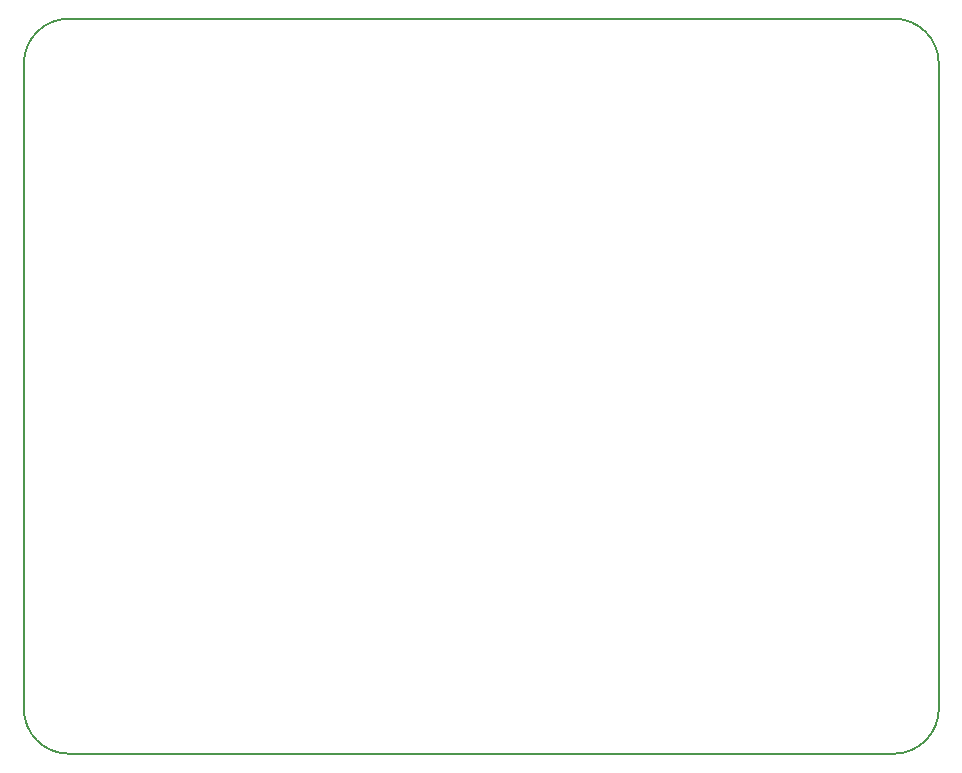
<source format=gm1>
G04 #@! TF.FileFunction,Profile,NP*
%FSLAX46Y46*%
G04 Gerber Fmt 4.6, Leading zero omitted, Abs format (unit mm)*
G04 Created by KiCad (PCBNEW 4.0.7-e2-6376~58~ubuntu14.04.1) date Thu Feb  8 20:55:41 2018*
%MOMM*%
%LPD*%
G01*
G04 APERTURE LIST*
%ADD10C,0.100000*%
%ADD11C,0.150000*%
G04 APERTURE END LIST*
D10*
D11*
X201930000Y-63500000D02*
G75*
G03X198120000Y-59690000I-3810000J0D01*
G01*
X128270000Y-59690000D02*
G75*
G03X124460000Y-63500000I0J-3810000D01*
G01*
X124460000Y-118110000D02*
G75*
G03X128270000Y-121920000I3810000J0D01*
G01*
X198120000Y-121920000D02*
G75*
G03X201930000Y-118110000I0J3810000D01*
G01*
X198120000Y-121920000D02*
X196850000Y-121920000D01*
X201930000Y-63500000D02*
X201930000Y-118110000D01*
X128270000Y-59690000D02*
X198120000Y-59690000D01*
X124460000Y-118110000D02*
X124460000Y-63500000D01*
X196850000Y-121920000D02*
X128270000Y-121920000D01*
M02*

</source>
